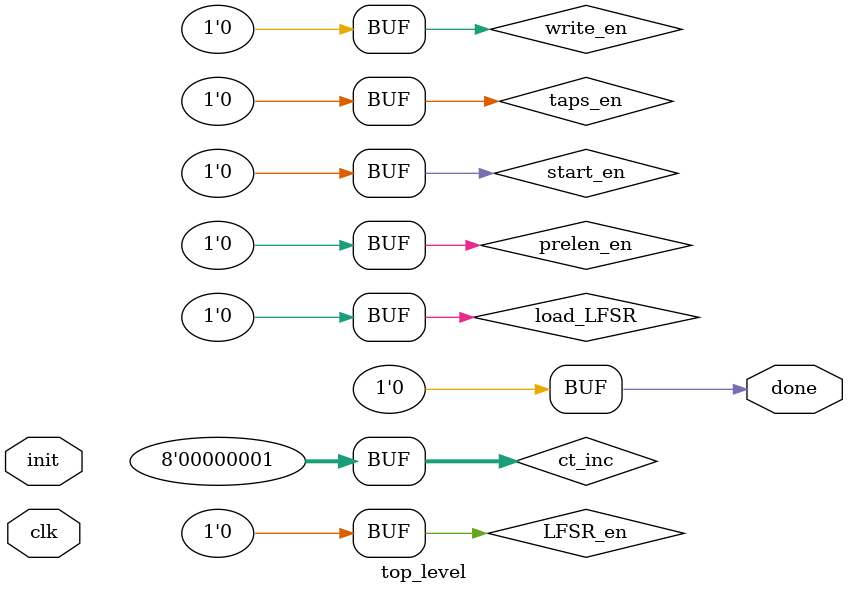
<source format=sv>
/*****************************************
* Implement TODO
*****************************************/

module top_level #(parameter DW=8, AW=8, byte_count=2**AW, lfsr_bitwidth=5)(
  input        clk, 
               init,
  output logic done);

// dat_mem interface
// you will need this to talk to the data memory
logic         write_en;        // data memory write enable        
logic[AW-1:0] raddr,           // read address pointer
              waddr;           // write address pointer
logic[DW-1:0] data_in;         // to dat_mem
wire [DW-1:0] data_out;        // from dat_mem
// LFSR control input and data output
logic         LFSR_en;         // 1: advance LFSR; 0: hold 

//Registers
// taps, start, pre_len are constants loaded from dat_mem [0:2]
logic[   lfsr_bitwidth-1:0] taps,            // LFSR feedback pattern temp register
              start;                         // LFSR initial state temp register
logic[   DW-1:0] pre_len;                    // preamble (~) length  register   

//Enables      
logic         taps_en,                       // 1: load taps register; 0: hold
              start_en,                      // 1: load start temp register; 0 : hold
              prelen_en;                     // 1: load preamble length temp register; 0 : hold
logic         load_LFSR;                     // copy taps and start into LFSR

wire [   lfsr_bitwidth-1:0] LFSR;            // LFSR current value            
logic[   DW-1:0] scram;           // encrypted message
logic[   DW-1:0] ct_inc = 'd1;    // prog count step (default = +1)

// instantiate the data memory 
dat_mem dm1(.clk, .write_en, .raddr, .waddr,
            .data_in, .data_out);

// instantiate the LFSR core
// need one for Lab 4; may want 6 for Lab 5
lfsr5 l5(.clk , 
         .en   (LFSR_en),      // 1: advance LFSR on rising clk
         .init (load_LFSR),    // 1: initialize LFSR
         .taps  ,              // tap pattern
         .start ,              // starting state for LFSR
         .state(LFSR));        // LFSR state = LFSR output 

//Encode the Data read from Memory using the Padding and LFSR output every cycle
//TODO XORing logic

logic[DW-1:0] ct;                  // your program counter

// this can act as a program counter
always @(posedge clk)
  if(init)
    ct <= 0;
  else 
  ct <= ct + ct_inc;     // default: next_ct = ct+1

// control decode logic (does work of instr. mem and control decode)
always_comb begin
// list defaults here; case needs list only exceptions
  write_en  = 'b0;         // data memory write enable        
  LFSR_en   = 'b0;         // 1: advance LFSR; 0: hold    
// enables to load control constants read from dat_mem[61:63] 
  prelen_en = 'b0;         // 1: load pre_len temp register; 0: hold
  taps_en   = 'b0;         // 1: load taps temp register; 0: hold
  start_en  = 'b0;         // 1: load start temp register; 0: hold
  load_LFSR = 'b0;         // copy taps and start into LFSR
// time to quit
  done      = 'b0;
// PC normally advances by 1
// override to go back in a subroutine or forward/back in a branch 
  ct_inc    = 'b1;         // PC normally advances by 1
  case(ct)
    0,1: begin 
           raddr      = 'd3;   // memory read address pointer
           waddr      = 'd128;  // memory write address pointer
         end       // no op to wait for things to settle from init

//TODO See comments below to help
/*
-----------------------------------------------------------------------------------------------------
|  Cycle           |    Operation                                           |  Addr to read from Mem|
-----------------------------------------------------------------------------------------------------
|    0             |    NOP                                                 |    3                  |
-----------------------------------------------------------------------------------------------------
|    1             |    NOP                                                 |    3                  |
-----------------------------------------------------------------------------------------------------
|    2             |    Read Preamble Length                                |    0                  |
-----------------------------------------------------------------------------------------------------
|    3             |    Read LFSR Tap value                                 |    1                  |
-----------------------------------------------------------------------------------------------------
|    4             |    Read LFSR Start Value                               |    2                  |
-----------------------------------------------------------------------------------------------------
|    5             |    Copy Start and Taps into LFSR                       |    -                  |
-----------------------------------------------------------------------------------------------------
|    ???           |    Read Preamble (pre_len times), Encode, Write to Mem |    3                  |
-----------------------------------------------------------------------------------------------------
|    ???           |    Read String  , Encode, Write to Mem                 |    4 onwards          |
-----------------------------------------------------------------------------------------------------
|    ???           |    Output Done signal = 1                              |    -                  |
-----------------------------------------------------------------------------------------------------
*/    

/* 
1)  for pre_len cycles, bitwise XOR ASCII ~ = 0x7E with current
 LFSR state; prepend LFSR state with 3'b00 to pad to 8 bits
 write each successive result into dat_mem[128], dat_mem[129], etc.
 advance LFSR to next state while writing result  
2) after pre_len operations, start reading data from dat_mem[4], [5], ...
 bitwise XOR each value w/ current LFLSR state
 store successively in dat_mem[128+pre_len+j], where j = 0, 1, ..., 49
 advance LFSR to next state while writing each result
     
You may want some sort of memory address counter or an adder that creates
an offset from the prog_counter.

Watch how the testbench performs Prog. 4. You will be doing the same 
operation, but at a more detailed, hardware level, instead of at the 
higher level the testbench uses.       
*/
  endcase
end 


// load control registers from dat_mem 
// TODO Implement Preamble Length Register, Taps Register and Start Register Here
// copy from data_mem[0] to pre_len reg.
// copy from data_mem[1] to taps reg.
// copy from data_mem[2] to start reg.  

/* My done flag goes high once after 64 byte encryptions
   Yours should go high at the completion of your encryption operation.
   Test bench waits for a done flag, so generate one at some time.
*/

//TODO Done logic

endmodule
</source>
